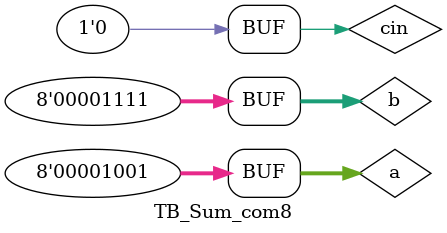
<source format=v>
`timescale 1ns / 1ns

module TB_Sum_com8;

// Inputs
reg [7:0] a;
reg [7:0] b;
reg cin;

// Outputs
wire [8:0] sum;
wire cout;


Sum_com8 uut (
.a(a), 
.b(b), 
.cin(cin), 
.sum(sum[7:0]), 
.cout(sum[8])
);

initial 
begin
		
        a = 8'd15;
	b = 8'd15;
	cin = 1'd0;	
	#100;
        
		
	a = 8'd11;
	b = 8'd7;
	#100;
		
				
	a = 8'd18;
	b = 8'd1;
	#100;
		
				
	a = 8'd5;
	b = 8'd3;
	#100;
		
				
	a = 8'd9;
	b = 8'd15;
	#100;	
end
      
endmodule

</source>
